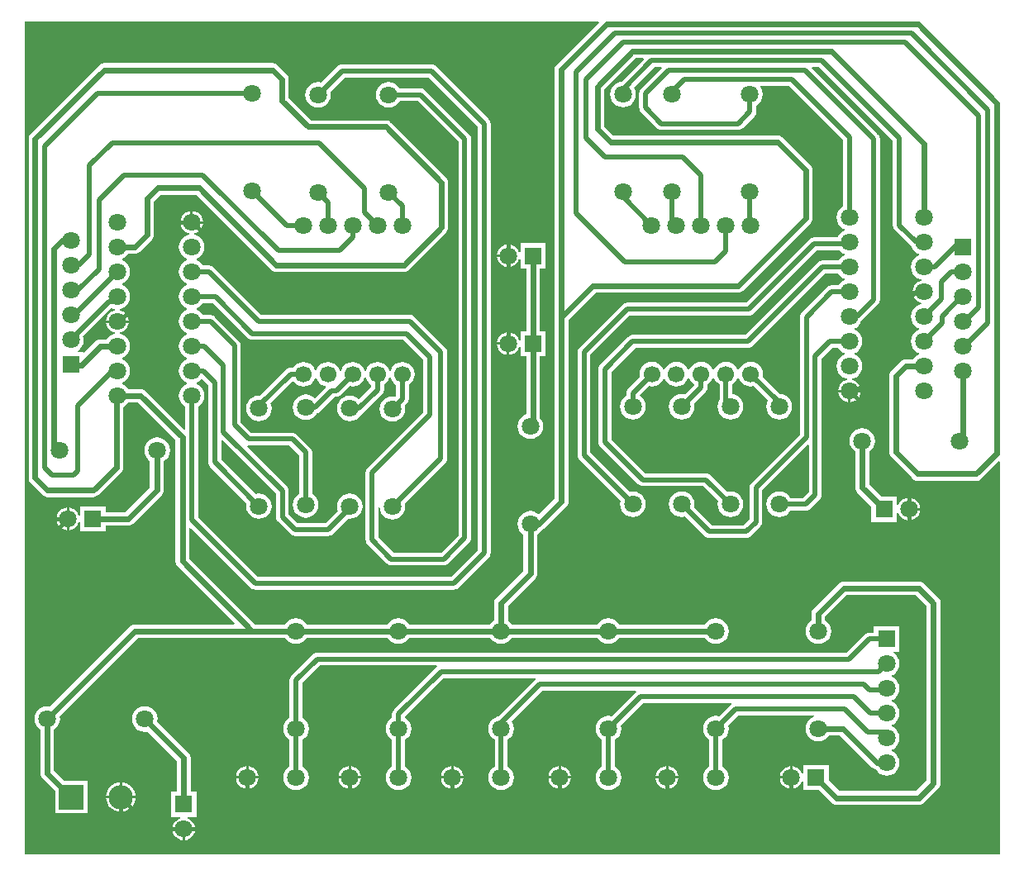
<source format=gbl>
G04 Layer_Physical_Order=2*
G04 Layer_Color=16711680*
%FSTAX24Y24*%
%MOIN*%
G70*
G01*
G75*
%ADD10R,0.0709X0.0709*%
%ADD11C,0.0709*%
%ADD12R,0.0984X0.0984*%
%ADD13C,0.0984*%
%ADD14R,0.0709X0.0709*%
%ADD15C,0.0669*%
%ADD16C,0.0197*%
%ADD17C,0.0236*%
%ADD18C,0.0157*%
G36*
X043122Y071415D02*
X041418Y069711D01*
X041373Y069654D01*
X041346Y069587D01*
X041336Y069515D01*
Y052202D01*
X040697Y051563D01*
X040612Y051628D01*
X040488Y05168D01*
X040354Y051697D01*
X040221Y05168D01*
X040096Y051628D01*
X039989Y051546D01*
X039907Y051439D01*
X039856Y051315D01*
X039838Y051181D01*
X039856Y051047D01*
X039907Y050923D01*
X039989Y050816D01*
X040076Y050749D01*
Y049288D01*
X038977Y048189D01*
X038932Y048131D01*
X038905Y048064D01*
X038895Y047992D01*
Y047282D01*
X038808Y047215D01*
X038741Y047128D01*
X035471D01*
X035404Y047215D01*
X035297Y047297D01*
X035173Y047349D01*
X035039Y047367D01*
X034906Y047349D01*
X034781Y047297D01*
X034674Y047215D01*
X034608Y047128D01*
X031337D01*
X031271Y047215D01*
X031164Y047297D01*
X031039Y047349D01*
X030906Y047367D01*
X030772Y047349D01*
X030647Y047297D01*
X03054Y047215D01*
X030474Y047128D01*
X029249D01*
X026598Y04978D01*
Y051003D01*
X026644Y051023D01*
X029069Y048597D01*
X029123Y048556D01*
X029185Y04853D01*
X029252Y048521D01*
X037275D01*
X037341Y04853D01*
X037404Y048556D01*
X037457Y048597D01*
X038676Y049816D01*
X038717Y049869D01*
X038742Y049931D01*
X038751Y049998D01*
Y067326D01*
X038742Y067392D01*
X038717Y067455D01*
X038676Y067508D01*
X036552Y069631D01*
X036499Y069672D01*
X036437Y069698D01*
X03637Y069707D01*
X032755D01*
X032689Y069698D01*
X032626Y069672D01*
X032573Y069631D01*
X031929Y068987D01*
X031795Y069005D01*
X031662Y068987D01*
X031537Y068936D01*
X03143Y068854D01*
X031348Y068747D01*
X031297Y068622D01*
X031279Y068489D01*
X031297Y068355D01*
X031348Y06823D01*
X03143Y068124D01*
X031537Y068042D01*
X031662Y06799D01*
X031795Y067972D01*
X031929Y06799D01*
X032053Y068042D01*
X03216Y068124D01*
X032242Y06823D01*
X032294Y068355D01*
X032311Y068489D01*
X032294Y068622D01*
X032862Y069191D01*
X036263D01*
X038235Y067219D01*
Y050105D01*
X037168Y049038D01*
X029359D01*
X026955Y051442D01*
Y055895D01*
X027062Y055978D01*
X027144Y056084D01*
X027195Y056209D01*
X027213Y056343D01*
X027195Y056476D01*
X027144Y056601D01*
X027062Y056708D01*
X026955Y05679D01*
X026892Y056815D01*
Y05687D01*
X026955Y056895D01*
X027062Y056978D01*
X027078Y056998D01*
X027128Y057002D01*
X027368Y056762D01*
Y053676D01*
X027376Y053609D01*
X027402Y053547D01*
X027443Y053494D01*
X02891Y052027D01*
X028892Y051894D01*
X02891Y05176D01*
X028961Y051636D01*
X029043Y051529D01*
X02915Y051447D01*
X029275Y051395D01*
X029408Y051377D01*
X029542Y051395D01*
X029666Y051447D01*
X029773Y051529D01*
X029855Y051636D01*
X029907Y05176D01*
X029924Y051894D01*
X029907Y052027D01*
X029855Y052152D01*
X029773Y052259D01*
X029666Y052341D01*
X029542Y052392D01*
X029408Y05241D01*
X029275Y052392D01*
X027884Y053783D01*
Y05456D01*
X02793Y054579D01*
X030096Y052413D01*
Y051457D01*
X030105Y05139D01*
X030131Y051328D01*
X030172Y051274D01*
X030684Y050762D01*
X030737Y050721D01*
X030799Y050696D01*
X030866Y050687D01*
X032205D01*
X032272Y050696D01*
X032334Y050721D01*
X032387Y050762D01*
X033011Y051386D01*
X033078Y051377D01*
X033212Y051395D01*
X033336Y051447D01*
X033443Y051529D01*
X033525Y051636D01*
X033577Y05176D01*
X033595Y051894D01*
X033577Y052027D01*
X033525Y052152D01*
X033443Y052259D01*
X033336Y052341D01*
X033212Y052392D01*
X033078Y05241D01*
X032945Y052392D01*
X03282Y052341D01*
X032713Y052259D01*
X032631Y052152D01*
X03258Y052027D01*
X032562Y051894D01*
X03258Y05176D01*
X032602Y051707D01*
X032098Y051203D01*
X030973D01*
X030612Y051564D01*
Y05252D01*
X030604Y052586D01*
X030578Y052649D01*
X030537Y052702D01*
X028938Y054301D01*
X028961Y054348D01*
X028986Y054345D01*
X030644D01*
X031034Y053956D01*
Y052389D01*
X030927Y052307D01*
X030845Y0522D01*
X030793Y052076D01*
X030776Y051942D01*
X030793Y051809D01*
X030845Y051684D01*
X030927Y051577D01*
X031034Y051495D01*
X031158Y051444D01*
X031292Y051426D01*
X031425Y051444D01*
X03155Y051495D01*
X031657Y051577D01*
X031739Y051684D01*
X03179Y051809D01*
X031808Y051942D01*
X03179Y052076D01*
X031739Y0522D01*
X031657Y052307D01*
X03155Y052389D01*
Y054063D01*
X031541Y054129D01*
X031515Y054192D01*
X031474Y054245D01*
X030934Y054786D01*
X03088Y054827D01*
X030818Y054852D01*
X030751Y054861D01*
X029093D01*
X028681Y055273D01*
Y058374D01*
X028673Y058441D01*
X028647Y058503D01*
X028606Y058557D01*
X027638Y059525D01*
X027584Y059566D01*
X027522Y059592D01*
X027455Y059601D01*
X027144D01*
X027062Y059708D01*
X026955Y05979D01*
X026892Y059815D01*
Y05987D01*
X026955Y059895D01*
X027062Y059977D01*
X027144Y060084D01*
X027543D01*
X028951Y058676D01*
X029005Y058635D01*
X029067Y058609D01*
X029134Y0586D01*
X035246D01*
X036036Y05781D01*
Y055679D01*
X033782Y053426D01*
X033741Y053372D01*
X033715Y05331D01*
X033706Y053243D01*
Y050542D01*
X033715Y050475D01*
X033741Y050413D01*
X033782Y05036D01*
X034564Y049578D01*
X034617Y049537D01*
X034679Y049511D01*
X034746Y049503D01*
X036862D01*
X036928Y049511D01*
X036991Y049537D01*
X037044Y049578D01*
X037889Y050423D01*
X03793Y050477D01*
X037956Y050539D01*
X037965Y050606D01*
Y066703D01*
X037956Y06677D01*
X03793Y066832D01*
X037889Y066885D01*
X036103Y068671D01*
X03605Y068712D01*
X035988Y068738D01*
X035921Y068747D01*
X035093D01*
X035011Y068854D01*
X034904Y068936D01*
X034779Y068987D01*
X034646Y069005D01*
X034512Y068987D01*
X034388Y068936D01*
X034281Y068854D01*
X034199Y068747D01*
X034147Y068622D01*
X034129Y068489D01*
X034147Y068355D01*
X034199Y06823D01*
X034281Y068124D01*
X034388Y068042D01*
X034512Y06799D01*
X034646Y067972D01*
X034779Y06799D01*
X034904Y068042D01*
X035011Y068124D01*
X035093Y06823D01*
X035814D01*
X037449Y066596D01*
Y050713D01*
X036755Y050019D01*
X034853D01*
X034223Y050649D01*
Y05186D01*
X034273Y051863D01*
X034289Y051741D01*
X03434Y051616D01*
X034422Y051509D01*
X034529Y051427D01*
X034654Y051376D01*
X034787Y051358D01*
X034921Y051376D01*
X035046Y051427D01*
X035152Y051509D01*
X035234Y051616D01*
X035286Y051741D01*
X035304Y051874D01*
X035286Y052008D01*
X036915Y053637D01*
X036956Y05369D01*
X036982Y053752D01*
X03699Y053819D01*
Y05811D01*
X036982Y058177D01*
X036956Y058239D01*
X036915Y058293D01*
X035673Y059534D01*
X03562Y059575D01*
X035558Y059601D01*
X035491Y05961D01*
X029497D01*
X027582Y061525D01*
X027528Y061566D01*
X027466Y061592D01*
X027399Y061601D01*
X027144D01*
X027062Y061708D01*
X026955Y06179D01*
X026892Y061815D01*
Y06187D01*
X026955Y061895D01*
X027062Y061978D01*
X027144Y062084D01*
X027195Y062209D01*
X027213Y062343D01*
X027195Y062476D01*
X027144Y062601D01*
X027062Y062708D01*
X026955Y06279D01*
X02683Y062841D01*
X026791Y062846D01*
X026791Y062897D01*
X026815Y0629D01*
X026926Y062946D01*
X027021Y063018D01*
X027094Y063113D01*
X027139Y063224D01*
X027149Y063293D01*
X026697D01*
Y063343D01*
D01*
Y063293D01*
X026245D01*
X026254Y063224D01*
X0263Y063113D01*
X026373Y063018D01*
X026468Y062946D01*
X026578Y0629D01*
X026602Y062897D01*
X026602Y062846D01*
X026563Y062841D01*
X026439Y06279D01*
X026332Y062708D01*
X02625Y062601D01*
X026198Y062476D01*
X026181Y062343D01*
X026198Y062209D01*
X02625Y062084D01*
X026332Y061978D01*
X026439Y061895D01*
X026501Y06187D01*
Y061815D01*
X026439Y06179D01*
X026332Y061708D01*
X02625Y061601D01*
X026198Y061476D01*
X026181Y061343D01*
X026198Y061209D01*
X02625Y061084D01*
X026332Y060978D01*
X026439Y060895D01*
X026501Y06087D01*
Y060815D01*
X026439Y06079D01*
X026332Y060708D01*
X02625Y060601D01*
X026198Y060476D01*
X026181Y060343D01*
X026198Y060209D01*
X02625Y060084D01*
X026332Y059977D01*
X026439Y059895D01*
X026501Y05987D01*
Y059815D01*
X026439Y05979D01*
X026332Y059708D01*
X02625Y059601D01*
X026198Y059476D01*
X026181Y059343D01*
X026198Y059209D01*
X02625Y059084D01*
X026332Y058977D01*
X026439Y058895D01*
X026501Y05887D01*
Y058815D01*
X026439Y05879D01*
X026332Y058708D01*
X02625Y058601D01*
X026198Y058476D01*
X026181Y058343D01*
X026198Y058209D01*
X02625Y058084D01*
X026332Y057977D01*
X026439Y057895D01*
X026501Y05787D01*
Y057815D01*
X026439Y05779D01*
X026332Y057708D01*
X02625Y057601D01*
X026198Y057476D01*
X026181Y057343D01*
X026198Y057209D01*
X02625Y057084D01*
X026332Y056978D01*
X026439Y056895D01*
X026501Y05687D01*
Y056815D01*
X026439Y05679D01*
X026332Y056708D01*
X02625Y056601D01*
X026198Y056476D01*
X026181Y056343D01*
X026198Y056209D01*
X02625Y056084D01*
X026332Y055978D01*
X026439Y055895D01*
Y055004D01*
X026393Y054985D01*
X024838Y056539D01*
X024781Y056583D01*
X024714Y056611D01*
X024642Y05662D01*
X024129D01*
X024062Y056708D01*
X023955Y05679D01*
X023892Y056815D01*
Y05687D01*
X023955Y056895D01*
X024062Y056978D01*
X024144Y057084D01*
X024195Y057209D01*
X024213Y057343D01*
X024195Y057476D01*
X024144Y057601D01*
X024062Y057708D01*
X023955Y05779D01*
X023892Y057815D01*
Y05787D01*
X023955Y057895D01*
X024062Y057977D01*
X024144Y058084D01*
X024195Y058209D01*
X024213Y058343D01*
X024195Y058476D01*
X024144Y058601D01*
X024062Y058708D01*
X023955Y05879D01*
X02383Y058841D01*
X023791Y058846D01*
X023791Y058897D01*
X023815Y0589D01*
X023926Y058946D01*
X024021Y059018D01*
X024094Y059113D01*
X024139Y059224D01*
X024149Y059293D01*
X023697D01*
X023245D01*
X023254Y059224D01*
X0233Y059113D01*
X023373Y059018D01*
X023468Y058946D01*
X023578Y0589D01*
X023602Y058897D01*
X023602Y058846D01*
X023563Y058841D01*
X023439Y05879D01*
X023332Y058708D01*
X023265Y05862D01*
X023002D01*
X02293Y058611D01*
X022863Y058583D01*
X022806Y058539D01*
X022361Y058094D01*
X022331Y058107D01*
Y058107D01*
X022102D01*
X022089Y058157D01*
X022184Y05823D01*
X022266Y058337D01*
X022318Y058461D01*
X022335Y058595D01*
X022318Y058728D01*
X022313Y058739D01*
X02346Y059887D01*
X023563Y059844D01*
X023602Y059839D01*
X023602Y059788D01*
X023578Y059785D01*
X023468Y059739D01*
X023373Y059667D01*
X0233Y059572D01*
X023254Y059461D01*
X023245Y059393D01*
X023697D01*
X024149D01*
X024139Y059461D01*
X024094Y059572D01*
X024021Y059667D01*
X023926Y059739D01*
X023815Y059785D01*
X023791Y059788D01*
X023791Y059839D01*
X02383Y059844D01*
X023955Y059895D01*
X024062Y059977D01*
X024144Y060084D01*
X024195Y060209D01*
X024213Y060343D01*
X024195Y060476D01*
X024144Y060601D01*
X024062Y060708D01*
X023955Y06079D01*
X023892Y060815D01*
Y06087D01*
X023955Y060895D01*
X024062Y060978D01*
X024144Y061084D01*
X024195Y061209D01*
X024213Y061343D01*
X024195Y061476D01*
X024144Y061601D01*
X024062Y061708D01*
X023955Y06179D01*
X023892Y061815D01*
Y06187D01*
X023955Y061895D01*
X024062Y061978D01*
X024129Y062065D01*
X024402D01*
X024474Y062074D01*
X024541Y062102D01*
X024598Y062146D01*
X025096Y062644D01*
X02514Y062702D01*
X025168Y062769D01*
X025178Y062841D01*
Y06419D01*
X025442Y064454D01*
X026891D01*
X029917Y061428D01*
X029975Y061384D01*
X030042Y061356D01*
X030114Y061347D01*
X035251D01*
X035323Y061356D01*
X03539Y061384D01*
X035447Y061428D01*
X036957Y062938D01*
X037001Y062996D01*
X037029Y063063D01*
X037039Y063135D01*
Y064953D01*
X037029Y065025D01*
X037001Y065092D01*
X036957Y065149D01*
X034714Y067393D01*
X034656Y067437D01*
X034589Y067465D01*
X034517Y067474D01*
X031497D01*
X0306Y068371D01*
Y069127D01*
X03059Y069199D01*
X030562Y069266D01*
X030518Y069324D01*
X030157Y069685D01*
X0301Y069729D01*
X030033Y069757D01*
X029961Y069766D01*
X023172D01*
X0231Y069757D01*
X023033Y069729D01*
X022975Y069685D01*
X020185Y066894D01*
X02014Y066837D01*
X020113Y06677D01*
X020103Y066698D01*
Y053035D01*
X020113Y052963D01*
X02014Y052896D01*
X020185Y052838D01*
X020682Y052341D01*
X020739Y052297D01*
X020807Y052269D01*
X020878Y052259D01*
X022734D01*
X022806Y052269D01*
X022873Y052297D01*
X022931Y052341D01*
X023851Y053261D01*
X023895Y053319D01*
X023923Y053386D01*
X023932Y053457D01*
Y055886D01*
X023955Y055895D01*
X024062Y055978D01*
X024129Y056065D01*
X024527D01*
X026042Y054549D01*
Y049664D01*
X026051Y049593D01*
X026079Y049525D01*
X026123Y049468D01*
X028417Y047175D01*
X028397Y047128D01*
X024409D01*
X024337Y047119D01*
X02427Y047091D01*
X024213Y047047D01*
X020975Y043809D01*
X020866Y043823D01*
X020733Y043806D01*
X020608Y043754D01*
X020501Y043672D01*
X020419Y043565D01*
X020368Y043441D01*
X02035Y043307D01*
X020368Y043173D01*
X020419Y043049D01*
X020501Y042942D01*
X020588Y042875D01*
Y041126D01*
X020598Y041054D01*
X020625Y040987D01*
X02067Y040929D01*
X021185Y040414D01*
Y039508D01*
X022484D01*
Y040807D01*
X021578D01*
X021144Y041241D01*
Y042875D01*
X021231Y042942D01*
X021313Y043049D01*
X021365Y043173D01*
X021382Y043307D01*
X021368Y043416D01*
X024525Y046572D01*
X030474D01*
X03054Y046485D01*
X030647Y046403D01*
X030772Y046352D01*
X030906Y046334D01*
X031039Y046352D01*
X031164Y046403D01*
X031271Y046485D01*
X031337Y046572D01*
X034608D01*
X034674Y046485D01*
X034781Y046403D01*
X034906Y046352D01*
X035039Y046334D01*
X035173Y046352D01*
X035297Y046403D01*
X035404Y046485D01*
X035471Y046572D01*
X038741D01*
X038808Y046485D01*
X038915Y046403D01*
X03904Y046352D01*
X039173Y046334D01*
X039307Y046352D01*
X039431Y046403D01*
X039538Y046485D01*
X039605Y046572D01*
X043072D01*
X043139Y046485D01*
X043246Y046403D01*
X04337Y046352D01*
X043504Y046334D01*
X043638Y046352D01*
X043762Y046403D01*
X043869Y046485D01*
X043936Y046572D01*
X047403D01*
X04747Y046485D01*
X047577Y046403D01*
X047701Y046352D01*
X047835Y046334D01*
X047968Y046352D01*
X048093Y046403D01*
X0482Y046485D01*
X048282Y046592D01*
X048333Y046717D01*
X048351Y04685D01*
X048333Y046984D01*
X048282Y047108D01*
X0482Y047215D01*
X048093Y047297D01*
X047968Y047349D01*
X047835Y047367D01*
X047701Y047349D01*
X047577Y047297D01*
X04747Y047215D01*
X047403Y047128D01*
X043936D01*
X043869Y047215D01*
X043762Y047297D01*
X043638Y047349D01*
X043504Y047367D01*
X04337Y047349D01*
X043246Y047297D01*
X043139Y047215D01*
X043072Y047128D01*
X039605D01*
X039538Y047215D01*
X039451Y047282D01*
Y047877D01*
X040551Y048977D01*
X040595Y049034D01*
X040623Y049101D01*
X040632Y049173D01*
Y050749D01*
X040719Y050816D01*
X040799Y05092D01*
X040848Y05094D01*
X040905Y050985D01*
X041811Y05189D01*
X041855Y051948D01*
X041883Y052015D01*
X041892Y052087D01*
Y059412D01*
X042989Y060509D01*
X04874D01*
X048812Y060519D01*
X048879Y060547D01*
X048937Y060591D01*
X051653Y063307D01*
X051697Y063365D01*
X051725Y063432D01*
X051735Y063504D01*
Y065433D01*
X051725Y065505D01*
X051697Y065572D01*
X051653Y06563D01*
X050512Y066771D01*
X050454Y066816D01*
X050387Y066843D01*
X050315Y066853D01*
X043699D01*
X043335Y067217D01*
Y068713D01*
X044588Y069967D01*
X044909D01*
X044928Y06992D01*
X044017Y06901D01*
X043961Y069003D01*
X043836Y068951D01*
X043729Y068869D01*
X043647Y068762D01*
X043596Y068638D01*
X043578Y068504D01*
X043596Y06837D01*
X043647Y068246D01*
X043729Y068139D01*
X043836Y068057D01*
X043961Y068005D01*
X044094Y067988D01*
X044228Y068005D01*
X044353Y068057D01*
X04446Y068139D01*
X044542Y068246D01*
X044593Y06837D01*
X044611Y068504D01*
X044593Y068638D01*
X044542Y068762D01*
X044523Y068786D01*
X04535Y069612D01*
X04563D01*
X045649Y069566D01*
X044817Y068734D01*
X044776Y068681D01*
X044751Y068619D01*
X044742Y068552D01*
Y067962D01*
X044751Y067895D01*
X044776Y067833D01*
X044817Y067779D01*
X045456Y06714D01*
X04551Y067099D01*
X045572Y067074D01*
X045639Y067065D01*
X04874D01*
X048807Y067074D01*
X048869Y067099D01*
X048923Y06714D01*
X049395Y067613D01*
X049436Y067666D01*
X049462Y067728D01*
X049471Y067795D01*
Y068057D01*
X049578Y068139D01*
X04966Y068246D01*
X049711Y06837D01*
X049729Y068504D01*
X049711Y068638D01*
X04966Y068762D01*
X049622Y068811D01*
X049644Y068856D01*
X050795D01*
X052966Y066685D01*
Y063986D01*
X052859Y063904D01*
X052777Y063797D01*
X052726Y063673D01*
X052708Y063539D01*
X052726Y063406D01*
X052777Y063281D01*
X052859Y063174D01*
X052966Y063092D01*
X053029Y063066D01*
Y063012D01*
X052966Y062986D01*
X052859Y062904D01*
X052777Y062797D01*
X05275Y062732D01*
X051805D01*
X051738Y062723D01*
X051676Y062698D01*
X051622Y062657D01*
X049066Y060101D01*
X044252D01*
X044185Y060092D01*
X044123Y060066D01*
X044069Y060025D01*
X042337Y058293D01*
X042296Y058239D01*
X04227Y058177D01*
X042262Y05811D01*
Y053937D01*
X04227Y05387D01*
X042296Y053808D01*
X042337Y053755D01*
X04399Y052102D01*
X043972Y051969D01*
X04399Y051835D01*
X044041Y05171D01*
X044123Y051603D01*
X04423Y051521D01*
X044355Y05147D01*
X044488Y051452D01*
X044622Y05147D01*
X044746Y051521D01*
X044853Y051603D01*
X044935Y05171D01*
X044987Y051835D01*
X045004Y051969D01*
X044987Y052102D01*
X044935Y052227D01*
X044853Y052334D01*
X044746Y052416D01*
X044622Y052467D01*
X044488Y052485D01*
X044355Y052467D01*
X042778Y054044D01*
Y058003D01*
X044359Y059584D01*
X049173D01*
X04924Y059593D01*
X049302Y059619D01*
X049356Y05966D01*
X051912Y062216D01*
X052828D01*
X052859Y062174D01*
X052966Y062092D01*
X053029Y062066D01*
Y062012D01*
X052966Y061986D01*
X052859Y061904D01*
X052777Y061797D01*
X05213D01*
X052063Y061789D01*
X052001Y061763D01*
X051947Y061722D01*
X049027Y058801D01*
X044479D01*
X044413Y058793D01*
X04435Y058767D01*
X044297Y058726D01*
X04318Y057609D01*
X043139Y057555D01*
X043113Y057493D01*
X043104Y057426D01*
Y054472D01*
X043113Y054406D01*
X043139Y054343D01*
X04318Y05429D01*
X044699Y05277D01*
X044753Y052729D01*
X044815Y052703D01*
X044882Y052695D01*
X047334D01*
X047927Y052102D01*
X047909Y051969D01*
X047927Y051835D01*
X047978Y05171D01*
X04806Y051603D01*
X048167Y051521D01*
X048292Y05147D01*
X048425Y051452D01*
X048559Y05147D01*
X048683Y051521D01*
X04879Y051603D01*
X048872Y05171D01*
X048924Y051835D01*
X048941Y051969D01*
X048924Y052102D01*
X048872Y052227D01*
X04879Y052334D01*
X048683Y052416D01*
X048559Y052467D01*
X048425Y052485D01*
X048292Y052467D01*
X047623Y053135D01*
X04757Y053176D01*
X047508Y053202D01*
X047441Y053211D01*
X044989D01*
X04362Y054579D01*
Y057319D01*
X044586Y058285D01*
X049134D01*
X049201Y058294D01*
X049263Y05832D01*
X049316Y058361D01*
X052237Y061281D01*
X052777D01*
X052859Y061174D01*
X052966Y061092D01*
X053029Y061066D01*
Y061012D01*
X052966Y060986D01*
X052859Y060904D01*
X052777Y060797D01*
X052508D01*
X052441Y060789D01*
X052379Y060763D01*
X052325Y060722D01*
X051307Y059703D01*
X051266Y05965D01*
X05124Y059587D01*
X051231Y059521D01*
Y054785D01*
X049266Y05282D01*
X049225Y052767D01*
X0492Y052705D01*
X049191Y052638D01*
Y051367D01*
X048948Y051124D01*
X047666D01*
X046955Y051835D01*
X046973Y051969D01*
X046955Y052102D01*
X046904Y052227D01*
X046822Y052334D01*
X046715Y052416D01*
X04659Y052467D01*
X046457Y052485D01*
X046323Y052467D01*
X046199Y052416D01*
X046092Y052334D01*
X04601Y052227D01*
X045958Y052102D01*
X04594Y051969D01*
X045958Y051835D01*
X04601Y05171D01*
X046092Y051603D01*
X046199Y051521D01*
X046323Y05147D01*
X046457Y051452D01*
X04659Y05147D01*
X047377Y050684D01*
X04743Y050643D01*
X047492Y050617D01*
X047559Y050608D01*
X049055D01*
X049122Y050617D01*
X049184Y050643D01*
X049238Y050684D01*
X049631Y051077D01*
X049672Y051131D01*
X049698Y051193D01*
X049707Y05126D01*
Y052531D01*
X051539Y054363D01*
X051585Y054344D01*
Y052462D01*
X05135Y052227D01*
X050841D01*
X050759Y052334D01*
X050652Y052416D01*
X050527Y052467D01*
X050394Y052485D01*
X05026Y052467D01*
X050136Y052416D01*
X050029Y052334D01*
X049947Y052227D01*
X049895Y052102D01*
X049877Y051969D01*
X049895Y051835D01*
X049947Y05171D01*
X050029Y051603D01*
X050136Y051521D01*
X05026Y05147D01*
X050394Y051452D01*
X050527Y05147D01*
X050652Y051521D01*
X050759Y051603D01*
X050841Y05171D01*
X051457D01*
X051523Y051719D01*
X051586Y051745D01*
X051639Y051786D01*
X052026Y052173D01*
X052067Y052226D01*
X052093Y052288D01*
X052102Y052355D01*
Y057829D01*
X052554Y058281D01*
X052777D01*
X052859Y058174D01*
X052966Y058092D01*
X053029Y058066D01*
Y058012D01*
X052966Y057986D01*
X052859Y057904D01*
X052777Y057797D01*
X052726Y057673D01*
X052708Y057539D01*
X052726Y057406D01*
X052777Y057281D01*
X052859Y057174D01*
X052966Y057092D01*
X053091Y057041D01*
X05313Y057036D01*
X05313Y056985D01*
X053106Y056982D01*
X052995Y056936D01*
X0529Y056863D01*
X052828Y056768D01*
X052782Y056658D01*
X052773Y056589D01*
X053676D01*
X053667Y056658D01*
X053621Y056768D01*
X053548Y056863D01*
X053454Y056936D01*
X053343Y056982D01*
X053319Y056985D01*
X053319Y057036D01*
X053358Y057041D01*
X053483Y057092D01*
X053589Y057174D01*
X053671Y057281D01*
X053723Y057406D01*
X053741Y057539D01*
X053723Y057673D01*
X053671Y057797D01*
X053589Y057904D01*
X053483Y057986D01*
X05342Y058012D01*
Y058066D01*
X053483Y058092D01*
X053589Y058174D01*
X053671Y058281D01*
X053723Y058406D01*
X053741Y058539D01*
X053723Y058673D01*
X053671Y058797D01*
X053589Y058904D01*
X053483Y058986D01*
X05342Y059012D01*
Y059066D01*
X053483Y059092D01*
X053589Y059174D01*
X053671Y059281D01*
X053706Y059365D01*
X054377Y060036D01*
X054418Y060089D01*
X054444Y060151D01*
X054453Y060218D01*
Y066709D01*
X054444Y066776D01*
X054418Y066838D01*
X054377Y066892D01*
X051703Y069566D01*
X051722Y069612D01*
X052D01*
X054978Y066634D01*
Y063228D01*
X054987Y063162D01*
X055013Y063099D01*
X055054Y063046D01*
X055743Y062357D01*
X055748Y062353D01*
X055777Y062281D01*
X055859Y062174D01*
X055966Y062092D01*
X056029Y062066D01*
Y062012D01*
X055966Y061986D01*
X055859Y061904D01*
X055777Y061797D01*
X055726Y061673D01*
X055708Y061539D01*
X055726Y061406D01*
X055777Y061281D01*
X055859Y061174D01*
X055966Y061092D01*
X056091Y061041D01*
X05613Y061036D01*
X05613Y060985D01*
X056106Y060982D01*
X055995Y060936D01*
X0559Y060863D01*
X055828Y060768D01*
X055782Y060658D01*
X055773Y060589D01*
X056224D01*
Y060489D01*
X055773D01*
X055782Y060421D01*
X055828Y06031D01*
X0559Y060215D01*
X055995Y060143D01*
X056106Y060097D01*
X05613Y060094D01*
X05613Y060043D01*
X056091Y060038D01*
X055966Y059986D01*
X055859Y059904D01*
X055777Y059797D01*
X055726Y059673D01*
X055708Y059539D01*
X055726Y059406D01*
X055777Y059281D01*
X055859Y059174D01*
X055966Y059092D01*
X056029Y059066D01*
Y059012D01*
X055966Y058986D01*
X055859Y058904D01*
X055777Y058797D01*
X055726Y058673D01*
X055708Y058539D01*
X055726Y058406D01*
X055777Y058281D01*
X055859Y058174D01*
X055966Y058092D01*
X056029Y058066D01*
Y058012D01*
X055966Y057986D01*
X055859Y057904D01*
X055793Y057817D01*
X055492D01*
X05542Y057808D01*
X055353Y05778D01*
X055296Y057736D01*
X054901Y057341D01*
X054857Y057283D01*
X054829Y057216D01*
X054819Y057144D01*
Y054076D01*
X054829Y054004D01*
X054857Y053937D01*
X054901Y053879D01*
X055781Y052999D01*
X055838Y052955D01*
X055905Y052927D01*
X055977Y052918D01*
X058348D01*
X05842Y052927D01*
X058487Y052955D01*
X058544Y052999D01*
X05924Y053695D01*
X059286Y053676D01*
Y037852D01*
X019952D01*
Y071461D01*
X043102D01*
X043122Y071415D01*
D02*
G37*
%LPC*%
G36*
X026747Y063794D02*
Y063393D01*
X027149D01*
X027139Y063461D01*
X027094Y063572D01*
X027021Y063667D01*
X026926Y063739D01*
X026815Y063785D01*
X026747Y063794D01*
D02*
G37*
G36*
X026647D02*
X026578Y063785D01*
X026468Y063739D01*
X026373Y063667D01*
X0263Y063572D01*
X026254Y063461D01*
X026245Y063393D01*
X026647D01*
Y063794D01*
D02*
G37*
G36*
X040972Y062504D02*
X039949D01*
Y062132D01*
X039899Y062122D01*
X039857Y062222D01*
X039785Y062317D01*
X03969Y062389D01*
X039579Y062435D01*
X039511Y062444D01*
Y061993D01*
Y061541D01*
X039579Y06155D01*
X03969Y061596D01*
X039785Y061669D01*
X039857Y061763D01*
X039899Y061863D01*
X039949Y061853D01*
Y061481D01*
X040183D01*
Y058961D01*
X039949D01*
Y058589D01*
X039899Y058579D01*
X039857Y058678D01*
X039785Y058773D01*
X03969Y058846D01*
X039579Y058892D01*
X039511Y058901D01*
Y058449D01*
Y057998D01*
X039579Y058007D01*
X03969Y058052D01*
X039785Y058125D01*
X039857Y05822D01*
X039899Y05832D01*
X039949Y05831D01*
Y057937D01*
X040183D01*
Y055601D01*
X040096Y055565D01*
X039989Y055483D01*
X039907Y055376D01*
X039856Y055252D01*
X039838Y055118D01*
X039856Y054984D01*
X039907Y05486D01*
X039989Y054753D01*
X040096Y054671D01*
X040221Y054619D01*
X040354Y054602D01*
X040488Y054619D01*
X040612Y054671D01*
X040719Y054753D01*
X040801Y05486D01*
X040853Y054984D01*
X040871Y055118D01*
X040853Y055252D01*
X040801Y055376D01*
X040739Y055458D01*
Y057937D01*
X040972D01*
Y058961D01*
X040739D01*
Y061481D01*
X040972D01*
Y062504D01*
D02*
G37*
G36*
X039411Y062444D02*
X039342Y062435D01*
X039232Y062389D01*
X039137Y062317D01*
X039064Y062222D01*
X039018Y062111D01*
X039009Y062043D01*
X039411D01*
Y062444D01*
D02*
G37*
G36*
Y061943D02*
X039009D01*
X039018Y061874D01*
X039064Y061763D01*
X039137Y061669D01*
X039232Y061596D01*
X039342Y06155D01*
X039411Y061541D01*
Y061943D01*
D02*
G37*
G36*
Y058901D02*
X039342Y058892D01*
X039232Y058846D01*
X039137Y058773D01*
X039064Y058678D01*
X039018Y058568D01*
X039009Y058499D01*
X039411D01*
Y058901D01*
D02*
G37*
G36*
Y058399D02*
X039009D01*
X039018Y058331D01*
X039064Y05822D01*
X039137Y058125D01*
X039232Y058052D01*
X039342Y058007D01*
X039411Y057998D01*
Y058399D01*
D02*
G37*
G36*
X049244Y057717D02*
X049116Y0577D01*
X048996Y057651D01*
X048893Y057572D01*
X048814Y057469D01*
X04877Y057362D01*
X04877Y057362D01*
X048719D01*
X048718Y057362D01*
X048674Y057469D01*
X048595Y057572D01*
X048492Y057651D01*
X048373Y0577D01*
X048244Y057717D01*
X048116Y0577D01*
X047996Y057651D01*
X047893Y057572D01*
X047814Y057469D01*
X04777Y057362D01*
X04777Y057362D01*
X047719D01*
X047718Y057362D01*
X047674Y057469D01*
X047595Y057572D01*
X047492Y057651D01*
X047373Y0577D01*
X047244Y057717D01*
X047116Y0577D01*
X046996Y057651D01*
X046893Y057572D01*
X046814Y057469D01*
X04677Y057362D01*
X04677Y057362D01*
X046719D01*
X046718Y057362D01*
X046674Y057469D01*
X046595Y057572D01*
X046492Y057651D01*
X046373Y0577D01*
X046244Y057717D01*
X046116Y0577D01*
X045996Y057651D01*
X045893Y057572D01*
X045814Y057469D01*
X045779Y057384D01*
X045725D01*
X04569Y057469D01*
X045611Y057572D01*
X045508Y057651D01*
X045388Y0577D01*
X04526Y057717D01*
X045131Y0577D01*
X045012Y057651D01*
X044909Y057572D01*
X04483Y057469D01*
X04478Y057349D01*
X044763Y057221D01*
X044779Y057105D01*
X044306Y056632D01*
X044265Y056578D01*
X044239Y056516D01*
X04423Y056449D01*
Y056353D01*
X044123Y056271D01*
X044041Y056164D01*
X04399Y056039D01*
X043972Y055906D01*
X04399Y055772D01*
X044041Y055647D01*
X044123Y05554D01*
X04423Y055458D01*
X044355Y055407D01*
X044488Y055389D01*
X044622Y055407D01*
X044746Y055458D01*
X044853Y05554D01*
X044935Y055647D01*
X044987Y055772D01*
X045004Y055906D01*
X044987Y056039D01*
X044935Y056164D01*
X044853Y056271D01*
X044782Y056325D01*
X044779Y056375D01*
X045144Y05674D01*
X04526Y056725D01*
X045388Y056741D01*
X045508Y056791D01*
X045611Y05687D01*
X04569Y056973D01*
X045725Y057058D01*
X045779D01*
X045814Y056973D01*
X045893Y05687D01*
X045996Y056791D01*
X046116Y056741D01*
X046244Y056725D01*
X046373Y056741D01*
X046492Y056791D01*
X046595Y05687D01*
X046674Y056973D01*
X046718Y05708D01*
X046719Y05708D01*
X04677D01*
X04677Y05708D01*
X046814Y056973D01*
X046893Y05687D01*
X046955Y056822D01*
X046958Y056772D01*
X04659Y056404D01*
X046457Y056422D01*
X046323Y056404D01*
X046199Y056353D01*
X046092Y056271D01*
X04601Y056164D01*
X045958Y056039D01*
X04594Y055906D01*
X045958Y055772D01*
X04601Y055647D01*
X046092Y05554D01*
X046199Y055458D01*
X046323Y055407D01*
X046457Y055389D01*
X04659Y055407D01*
X046715Y055458D01*
X046822Y05554D01*
X046904Y055647D01*
X046955Y055772D01*
X046973Y055906D01*
X046955Y056039D01*
X047427Y05651D01*
X047468Y056564D01*
X047493Y056626D01*
X047502Y056693D01*
Y056799D01*
X047595Y05687D01*
X047674Y056973D01*
X047718Y05708D01*
X047719Y05708D01*
X04777D01*
X04777Y05708D01*
X047814Y056973D01*
X047893Y05687D01*
X047986Y056799D01*
Y056174D01*
X047978Y056164D01*
X047927Y056039D01*
X047909Y055906D01*
X047927Y055772D01*
X047978Y055647D01*
X04806Y05554D01*
X048167Y055458D01*
X048292Y055407D01*
X048425Y055389D01*
X048559Y055407D01*
X048683Y055458D01*
X04879Y05554D01*
X048872Y055647D01*
X048924Y055772D01*
X048941Y055906D01*
X048924Y056039D01*
X048872Y056164D01*
X04879Y056271D01*
X048683Y056353D01*
X048559Y056404D01*
X048502Y056412D01*
Y056799D01*
X048595Y05687D01*
X048674Y056973D01*
X048718Y05708D01*
X048719Y05708D01*
X04877D01*
X04877Y05708D01*
X048814Y056973D01*
X048893Y05687D01*
X048996Y056791D01*
X049116Y056741D01*
X049244Y056725D01*
X04936Y05674D01*
X049944Y056156D01*
X049895Y056039D01*
X049877Y055906D01*
X049895Y055772D01*
X049947Y055647D01*
X050029Y05554D01*
X050136Y055458D01*
X05026Y055407D01*
X050394Y055389D01*
X050527Y055407D01*
X050652Y055458D01*
X050759Y05554D01*
X050841Y055647D01*
X050892Y055772D01*
X05091Y055906D01*
X050892Y056039D01*
X050841Y056164D01*
X050759Y056271D01*
X050652Y056353D01*
X050527Y056404D01*
X05041Y05642D01*
X049725Y057105D01*
X04974Y057221D01*
X049724Y057349D01*
X049674Y057469D01*
X049595Y057572D01*
X049492Y057651D01*
X049373Y0577D01*
X049244Y057717D01*
D02*
G37*
G36*
X035194Y05771D02*
X035065Y057693D01*
X034946Y057644D01*
X034843Y057565D01*
X034764Y057462D01*
X034719Y057355D01*
X034719Y057355D01*
X034668D01*
X034668Y057355D01*
X034624Y057462D01*
X034545Y057565D01*
X034442Y057644D01*
X034322Y057693D01*
X034194Y05771D01*
X034065Y057693D01*
X033946Y057644D01*
X033843Y057565D01*
X033764Y057462D01*
X033719Y057355D01*
X033719Y057355D01*
X033668D01*
X033668Y057355D01*
X033624Y057462D01*
X033545Y057565D01*
X033442Y057644D01*
X033322Y057693D01*
X033194Y05771D01*
X033065Y057693D01*
X032946Y057644D01*
X032843Y057565D01*
X032764Y057462D01*
X032719Y057355D01*
X032719Y057355D01*
X032668D01*
X032668Y057355D01*
X032624Y057462D01*
X032545Y057565D01*
X032442Y057644D01*
X032322Y057693D01*
X032194Y05771D01*
X032065Y057693D01*
X031946Y057644D01*
X031843Y057565D01*
X031764Y057462D01*
X031729Y057377D01*
X031675D01*
X031639Y057462D01*
X03156Y057565D01*
X031458Y057644D01*
X031338Y057693D01*
X031209Y05771D01*
X031081Y057693D01*
X030961Y057644D01*
X030858Y057565D01*
X030787Y057472D01*
X030686D01*
X030619Y057463D01*
X030557Y057437D01*
X030503Y057396D01*
X029449Y056342D01*
X029408Y056347D01*
X029275Y056329D01*
X02915Y056278D01*
X029043Y056196D01*
X028961Y056089D01*
X02891Y055964D01*
X028892Y055831D01*
X02891Y055697D01*
X028961Y055573D01*
X029043Y055466D01*
X02915Y055384D01*
X029275Y055332D01*
X029408Y055314D01*
X029542Y055332D01*
X029666Y055384D01*
X029773Y055466D01*
X029855Y055573D01*
X029907Y055697D01*
X029924Y055831D01*
X029907Y055964D01*
X029876Y056039D01*
X030763Y056926D01*
X030813Y056922D01*
X030858Y056863D01*
X030961Y056784D01*
X031081Y056734D01*
X031209Y056717D01*
X031338Y056734D01*
X031458Y056784D01*
X03156Y056863D01*
X031639Y056966D01*
X031675Y057051D01*
X031729D01*
X031764Y056966D01*
X031843Y056863D01*
X031946Y056784D01*
X032065Y056734D01*
X03209Y056731D01*
X032106Y056684D01*
X031666Y056244D01*
X031657Y056244D01*
X03155Y056326D01*
X031425Y056378D01*
X031292Y056395D01*
X031158Y056378D01*
X031034Y056326D01*
X030927Y056244D01*
X030845Y056137D01*
X030793Y056013D01*
X030776Y055879D01*
X030793Y055746D01*
X030845Y055621D01*
X030927Y055514D01*
X031034Y055432D01*
X031158Y055381D01*
X031292Y055363D01*
X031425Y055381D01*
X03155Y055432D01*
X031657Y055514D01*
X031739Y055621D01*
X031744Y055634D01*
X031796Y055656D01*
X031849Y055697D01*
X032453Y056301D01*
X032539D01*
X032606Y05631D01*
X032668Y056336D01*
X032721Y056377D01*
X033078Y056733D01*
X033194Y056717D01*
X033322Y056734D01*
X033442Y056784D01*
X033545Y056863D01*
X033624Y056966D01*
X033668Y057073D01*
X033668Y057073D01*
X033719D01*
X033719Y057073D01*
X033764Y056966D01*
X033843Y056863D01*
X033941Y056788D01*
Y05669D01*
X033447Y056196D01*
X033443Y056196D01*
X033336Y056278D01*
X033212Y056329D01*
X033078Y056347D01*
X032945Y056329D01*
X03282Y056278D01*
X032713Y056196D01*
X032631Y056089D01*
X03258Y055964D01*
X032562Y055831D01*
X03258Y055697D01*
X032631Y055573D01*
X032713Y055466D01*
X03282Y055384D01*
X032945Y055332D01*
X033078Y055314D01*
X033212Y055332D01*
X033336Y055384D01*
X033443Y055466D01*
X033525Y055573D01*
X033532Y055589D01*
X033576Y055607D01*
X033629Y055648D01*
X034381Y0564D01*
X034422Y056454D01*
X034448Y056516D01*
X034457Y056583D01*
Y056795D01*
X034545Y056863D01*
X034624Y056966D01*
X034668Y057073D01*
X034668Y057073D01*
X034719D01*
X034719Y057073D01*
X034764Y056966D01*
X034843Y056863D01*
X034937Y056791D01*
Y056354D01*
X034892Y056314D01*
X034787Y056328D01*
X034654Y05631D01*
X034529Y056258D01*
X034422Y056176D01*
X03434Y05607D01*
X034289Y055945D01*
X034271Y055811D01*
X034289Y055678D01*
X03434Y055553D01*
X034422Y055446D01*
X034529Y055364D01*
X034654Y055313D01*
X034787Y055295D01*
X034921Y055313D01*
X035046Y055364D01*
X035152Y055446D01*
X035234Y055553D01*
X035286Y055678D01*
X035304Y055811D01*
X035286Y055945D01*
X035377Y056036D01*
X035418Y05609D01*
X035444Y056152D01*
X035453Y056219D01*
Y056792D01*
X035545Y056863D01*
X035624Y056966D01*
X035673Y057085D01*
X03569Y057214D01*
X035673Y057342D01*
X035624Y057462D01*
X035545Y057565D01*
X035442Y057644D01*
X035322Y057693D01*
X035194Y05771D01*
D02*
G37*
G36*
X053676Y056489D02*
X053274D01*
Y056088D01*
X053343Y056097D01*
X053454Y056143D01*
X053548Y056215D01*
X053621Y05631D01*
X053667Y056421D01*
X053676Y056489D01*
D02*
G37*
G36*
X053174D02*
X052773D01*
X052782Y056421D01*
X052828Y05631D01*
X0529Y056215D01*
X052995Y056143D01*
X053106Y056097D01*
X053174Y056088D01*
Y056489D01*
D02*
G37*
G36*
X055668Y052223D02*
Y051822D01*
X05607D01*
X056061Y05189D01*
X056015Y052001D01*
X055942Y052096D01*
X055847Y052169D01*
X055737Y052214D01*
X055668Y052223D01*
D02*
G37*
G36*
X025306Y054662D02*
X025172Y054645D01*
X025047Y054593D01*
X02494Y054511D01*
X024858Y054404D01*
X024807Y05428D01*
X024789Y054146D01*
X024807Y054012D01*
X024858Y053888D01*
X02494Y053781D01*
X025013Y053726D01*
Y05265D01*
X024019Y051656D01*
X023217D01*
Y05189D01*
X022193D01*
Y051517D01*
X022143Y051507D01*
X022102Y051607D01*
X022029Y051702D01*
X021934Y051775D01*
X021823Y051821D01*
X021755Y05183D01*
Y051378D01*
Y050926D01*
X021823Y050935D01*
X021934Y050981D01*
X022029Y051054D01*
X022102Y051149D01*
X022143Y051249D01*
X022193Y051239D01*
Y050866D01*
X023217D01*
Y0511D01*
X024134D01*
X024206Y051109D01*
X024273Y051137D01*
X02433Y051181D01*
X025487Y052338D01*
X025531Y052396D01*
X025559Y052463D01*
X025569Y052535D01*
Y053703D01*
X025671Y053781D01*
X025753Y053888D01*
X025804Y054012D01*
X025822Y054146D01*
X025804Y05428D01*
X025753Y054404D01*
X025671Y054511D01*
X025564Y054593D01*
X025439Y054645D01*
X025306Y054662D01*
D02*
G37*
G36*
X021655Y05183D02*
X021586Y051821D01*
X021476Y051775D01*
X021381Y051702D01*
X021308Y051607D01*
X021262Y051497D01*
X021253Y051428D01*
X021655D01*
Y05183D01*
D02*
G37*
G36*
X05607Y051722D02*
X055668D01*
Y05132D01*
X055737Y051329D01*
X055847Y051375D01*
X055942Y051448D01*
X056015Y051543D01*
X056061Y051653D01*
X05607Y051722D01*
D02*
G37*
G36*
X05374Y055044D02*
X053607Y055026D01*
X053482Y054975D01*
X053375Y054893D01*
X053293Y054786D01*
X053242Y054661D01*
X053224Y054528D01*
X053242Y054394D01*
X053293Y054269D01*
X053375Y054163D01*
X053462Y054096D01*
Y05265D01*
X053472Y052578D01*
X053499Y052511D01*
X053544Y052453D01*
X054106Y05189D01*
Y05126D01*
X05513D01*
Y051632D01*
X05518Y051642D01*
X055221Y051543D01*
X055294Y051448D01*
X055389Y051375D01*
X0555Y051329D01*
X055568Y05132D01*
Y051772D01*
Y052223D01*
X0555Y052214D01*
X055389Y052169D01*
X055294Y052096D01*
X055221Y052001D01*
X05518Y051901D01*
X05513Y051911D01*
Y052283D01*
X054499D01*
X054018Y052765D01*
Y054096D01*
X054105Y054163D01*
X054187Y054269D01*
X054239Y054394D01*
X054256Y054528D01*
X054239Y054661D01*
X054187Y054786D01*
X054105Y054893D01*
X053998Y054975D01*
X053874Y055026D01*
X05374Y055044D01*
D02*
G37*
G36*
X021655Y051328D02*
X021253D01*
X021262Y051259D01*
X021308Y051149D01*
X021381Y051054D01*
X021476Y050981D01*
X021586Y050935D01*
X021655Y050926D01*
Y051328D01*
D02*
G37*
G36*
X055236Y047047D02*
X054213D01*
Y046794D01*
X054016D01*
X053949Y046785D01*
X053887Y046759D01*
X053833Y046718D01*
X053101Y045986D01*
X031752D01*
X031685Y045977D01*
X031623Y045951D01*
X031569Y04591D01*
X030723Y045064D01*
X030682Y045011D01*
X030656Y044949D01*
X030647Y044882D01*
Y04336D01*
X03054Y043278D01*
X030458Y043172D01*
X030407Y043047D01*
X030389Y042913D01*
X030407Y04278D01*
X030458Y042655D01*
X03054Y042548D01*
X030647Y042466D01*
Y041392D01*
X03054Y04131D01*
X030458Y041203D01*
X030407Y041078D01*
X030389Y040945D01*
X030407Y040811D01*
X030458Y040687D01*
X03054Y04058D01*
X030647Y040498D01*
X030772Y040446D01*
X030906Y040429D01*
X031039Y040446D01*
X031164Y040498D01*
X031271Y04058D01*
X031353Y040687D01*
X031404Y040811D01*
X031422Y040945D01*
X031404Y041078D01*
X031353Y041203D01*
X031271Y04131D01*
X031164Y041392D01*
Y042466D01*
X031271Y042548D01*
X031353Y042655D01*
X031404Y04278D01*
X031422Y042913D01*
X031404Y043047D01*
X031353Y043172D01*
X031271Y043278D01*
X031164Y04336D01*
Y044775D01*
X031858Y04547D01*
X03658D01*
X036597Y04542D01*
X036567Y045397D01*
X034857Y043686D01*
X034816Y043633D01*
X03479Y043571D01*
X034781Y043504D01*
Y04336D01*
X034674Y043278D01*
X034592Y043172D01*
X034541Y043047D01*
X034523Y042913D01*
X034541Y04278D01*
X034592Y042655D01*
X034674Y042548D01*
X034781Y042466D01*
Y041392D01*
X034674Y04131D01*
X034592Y041203D01*
X034541Y041078D01*
X034523Y040945D01*
X034541Y040811D01*
X034592Y040687D01*
X034674Y04058D01*
X034781Y040498D01*
X034906Y040446D01*
X035039Y040429D01*
X035173Y040446D01*
X035297Y040498D01*
X035404Y04058D01*
X035486Y040687D01*
X035538Y040811D01*
X035556Y040945D01*
X035538Y041078D01*
X035486Y041203D01*
X035404Y04131D01*
X035297Y041392D01*
Y042466D01*
X035404Y042548D01*
X035486Y042655D01*
X035538Y04278D01*
X035556Y042913D01*
X035538Y043047D01*
X035486Y043172D01*
X035404Y043278D01*
X035309Y043352D01*
X035306Y043406D01*
X036857Y044956D01*
X040555D01*
X040572Y044906D01*
X040541Y044883D01*
X039075Y043417D01*
X03904Y043412D01*
X038915Y04336D01*
X038808Y043278D01*
X038726Y043172D01*
X038675Y043047D01*
X038657Y042913D01*
X038675Y04278D01*
X038726Y042655D01*
X038808Y042548D01*
X038915Y042466D01*
Y041392D01*
X038808Y04131D01*
X038726Y041203D01*
X038675Y041078D01*
X038657Y040945D01*
X038675Y040811D01*
X038726Y040687D01*
X038808Y04058D01*
X038915Y040498D01*
X03904Y040446D01*
X039173Y040429D01*
X039307Y040446D01*
X039431Y040498D01*
X039538Y04058D01*
X03962Y040687D01*
X039672Y040811D01*
X039689Y040945D01*
X039672Y041078D01*
X03962Y041203D01*
X039538Y04131D01*
X039431Y041392D01*
Y042466D01*
X039538Y042548D01*
X03962Y042655D01*
X039672Y04278D01*
X039689Y042913D01*
X039672Y043047D01*
X03962Y043172D01*
X039594Y043206D01*
X040831Y044442D01*
X044603D01*
X044617Y044392D01*
X043638Y043412D01*
X043504Y04343D01*
X04337Y043412D01*
X043246Y04336D01*
X043139Y043278D01*
X043057Y043172D01*
X043005Y043047D01*
X042988Y042913D01*
X043005Y04278D01*
X043057Y042655D01*
X043139Y042548D01*
X043246Y042466D01*
Y041392D01*
X043139Y04131D01*
X043057Y041203D01*
X043005Y041078D01*
X042988Y040945D01*
X043005Y040811D01*
X043057Y040687D01*
X043139Y04058D01*
X043246Y040498D01*
X04337Y040446D01*
X043504Y040429D01*
X043638Y040446D01*
X043762Y040498D01*
X043869Y04058D01*
X043951Y040687D01*
X044003Y040811D01*
X04402Y040945D01*
X044003Y041078D01*
X043951Y041203D01*
X043869Y04131D01*
X043762Y041392D01*
Y042466D01*
X043869Y042548D01*
X043951Y042655D01*
X044003Y04278D01*
X04402Y042913D01*
X044003Y043047D01*
X044917Y043961D01*
X048457D01*
X048474Y043911D01*
X048446Y04389D01*
X047968Y043412D01*
X047835Y04343D01*
X047701Y043412D01*
X047577Y04336D01*
X04747Y043278D01*
X047388Y043172D01*
X047336Y043047D01*
X047318Y042913D01*
X047336Y04278D01*
X047388Y042655D01*
X04747Y042548D01*
X047577Y042466D01*
Y041392D01*
X04747Y04131D01*
X047388Y041203D01*
X047336Y041078D01*
X047318Y040945D01*
X047336Y040811D01*
X047388Y040687D01*
X04747Y04058D01*
X047577Y040498D01*
X047701Y040446D01*
X047835Y040429D01*
X047968Y040446D01*
X048093Y040498D01*
X0482Y04058D01*
X048282Y040687D01*
X048333Y040811D01*
X048351Y040945D01*
X048333Y041078D01*
X048282Y041203D01*
X0482Y04131D01*
X048093Y041392D01*
Y042466D01*
X0482Y042548D01*
X048282Y042655D01*
X048333Y04278D01*
X048351Y042913D01*
X048333Y043047D01*
X048736Y043449D01*
X051794D01*
X051804Y043399D01*
X05171Y04336D01*
X051603Y043278D01*
X051521Y043172D01*
X05147Y043047D01*
X051452Y042913D01*
X05147Y04278D01*
X051521Y042655D01*
X051603Y042548D01*
X05171Y042466D01*
X051835Y042415D01*
X051968Y042397D01*
X052102Y042415D01*
X052227Y042466D01*
X052334Y042548D01*
X0524Y042635D01*
X052838D01*
X054134Y041339D01*
X054192Y041295D01*
X054259Y041267D01*
X054288Y041263D01*
X054359Y04117D01*
X054466Y041088D01*
X054591Y041037D01*
X054724Y041019D01*
X054858Y041037D01*
X054983Y041088D01*
X055089Y04117D01*
X055171Y041277D01*
X055223Y041402D01*
X055241Y041535D01*
X055223Y041669D01*
X055171Y041794D01*
X055089Y0419D01*
X054983Y041982D01*
X05492Y042008D01*
Y042062D01*
X054983Y042088D01*
X055089Y04217D01*
X055171Y042277D01*
X055223Y042402D01*
X055241Y042535D01*
X055223Y042669D01*
X055171Y042794D01*
X055089Y0429D01*
X054983Y042983D01*
X05492Y043008D01*
Y043062D01*
X054983Y043088D01*
X055089Y04317D01*
X055171Y043277D01*
X055223Y043402D01*
X055241Y043535D01*
X055223Y043669D01*
X055171Y043794D01*
X055089Y0439D01*
X054983Y043983D01*
X05492Y044008D01*
Y044062D01*
X054983Y044088D01*
X055089Y04417D01*
X055171Y044277D01*
X055223Y044402D01*
X055241Y044535D01*
X055223Y044669D01*
X055171Y044794D01*
X055089Y0449D01*
X054983Y044983D01*
X05492Y045008D01*
Y045062D01*
X054983Y045088D01*
X055089Y04517D01*
X055171Y045277D01*
X055223Y045402D01*
X055241Y045535D01*
X055223Y045669D01*
X055171Y045794D01*
X055089Y0459D01*
X054994Y045974D01*
X055008Y046024D01*
X055236D01*
Y047047D01*
D02*
G37*
G36*
X045916Y041397D02*
Y040995D01*
X046318D01*
X046309Y041063D01*
X046263Y041174D01*
X04619Y041269D01*
X046095Y041342D01*
X045985Y041388D01*
X045916Y041397D01*
D02*
G37*
G36*
X045816D02*
X045748Y041388D01*
X045637Y041342D01*
X045542Y041269D01*
X045469Y041174D01*
X045424Y041063D01*
X045414Y040995D01*
X045816D01*
Y041397D01*
D02*
G37*
G36*
X041585D02*
Y040995D01*
X041987D01*
X041978Y041063D01*
X041932Y041174D01*
X041859Y041269D01*
X041765Y041342D01*
X041654Y041388D01*
X041585Y041397D01*
D02*
G37*
G36*
X041485D02*
X041417Y041388D01*
X041306Y041342D01*
X041211Y041269D01*
X041139Y041174D01*
X041093Y041063D01*
X041084Y040995D01*
X041485D01*
Y041397D01*
D02*
G37*
G36*
X037255D02*
Y040995D01*
X037656D01*
X037647Y041063D01*
X037602Y041174D01*
X037529Y041269D01*
X037434Y041342D01*
X037323Y041388D01*
X037255Y041397D01*
D02*
G37*
G36*
X037155D02*
X037086Y041388D01*
X036976Y041342D01*
X036881Y041269D01*
X036808Y041174D01*
X036762Y041063D01*
X036753Y040995D01*
X037155D01*
Y041397D01*
D02*
G37*
G36*
X033121D02*
Y040995D01*
X033523D01*
X033514Y041063D01*
X033468Y041174D01*
X033395Y041269D01*
X0333Y041342D01*
X033189Y041388D01*
X033121Y041397D01*
D02*
G37*
G36*
X033021D02*
X032952Y041388D01*
X032842Y041342D01*
X032747Y041269D01*
X032674Y041174D01*
X032628Y041063D01*
X032619Y040995D01*
X033021D01*
Y041397D01*
D02*
G37*
G36*
X028987D02*
Y040995D01*
X029389D01*
X02938Y041063D01*
X029334Y041174D01*
X029261Y041269D01*
X029166Y041342D01*
X029056Y041388D01*
X028987Y041397D01*
D02*
G37*
G36*
X028887D02*
X028818Y041388D01*
X028708Y041342D01*
X028613Y041269D01*
X02854Y041174D01*
X028494Y041063D01*
X028485Y040995D01*
X028887D01*
Y041397D01*
D02*
G37*
G36*
X050828Y041397D02*
X050759Y041388D01*
X050649Y041342D01*
X050554Y041269D01*
X050481Y041174D01*
X050435Y041063D01*
X050426Y040995D01*
X050828D01*
Y041397D01*
D02*
G37*
G36*
X046318Y040895D02*
X045916D01*
Y040493D01*
X045985Y040502D01*
X046095Y040548D01*
X04619Y040621D01*
X046263Y040716D01*
X046309Y040826D01*
X046318Y040895D01*
D02*
G37*
G36*
X045816D02*
X045414D01*
X045424Y040826D01*
X045469Y040716D01*
X045542Y040621D01*
X045637Y040548D01*
X045748Y040502D01*
X045816Y040493D01*
Y040895D01*
D02*
G37*
G36*
X041987D02*
X041585D01*
Y040493D01*
X041654Y040502D01*
X041765Y040548D01*
X041859Y040621D01*
X041932Y040716D01*
X041978Y040826D01*
X041987Y040895D01*
D02*
G37*
G36*
X041485D02*
X041084D01*
X041093Y040826D01*
X041139Y040716D01*
X041211Y040621D01*
X041306Y040548D01*
X041417Y040502D01*
X041485Y040493D01*
Y040895D01*
D02*
G37*
G36*
X037656D02*
X037255D01*
Y040493D01*
X037323Y040502D01*
X037434Y040548D01*
X037529Y040621D01*
X037602Y040716D01*
X037647Y040826D01*
X037656Y040895D01*
D02*
G37*
G36*
X037155D02*
X036753D01*
X036762Y040826D01*
X036808Y040716D01*
X036881Y040621D01*
X036976Y040548D01*
X037086Y040502D01*
X037155Y040493D01*
Y040895D01*
D02*
G37*
G36*
X033523D02*
X033121D01*
Y040493D01*
X033189Y040502D01*
X0333Y040548D01*
X033395Y040621D01*
X033468Y040716D01*
X033514Y040826D01*
X033523Y040895D01*
D02*
G37*
G36*
X033021D02*
X032619D01*
X032628Y040826D01*
X032674Y040716D01*
X032747Y040621D01*
X032842Y040548D01*
X032952Y040502D01*
X033021Y040493D01*
Y040895D01*
D02*
G37*
G36*
X029389D02*
X028987D01*
Y040493D01*
X029056Y040502D01*
X029166Y040548D01*
X029261Y040621D01*
X029334Y040716D01*
X02938Y040826D01*
X029389Y040895D01*
D02*
G37*
G36*
X028887D02*
X028485D01*
X028494Y040826D01*
X02854Y040716D01*
X028613Y040621D01*
X028708Y040548D01*
X028818Y040502D01*
X028887Y040493D01*
Y040895D01*
D02*
G37*
G36*
X050828Y040895D02*
X050426D01*
X050435Y040826D01*
X050481Y040716D01*
X050554Y040621D01*
X050649Y040548D01*
X050759Y040502D01*
X050828Y040493D01*
Y040895D01*
D02*
G37*
G36*
X056024Y048861D02*
X052992D01*
X05292Y048851D01*
X052853Y048823D01*
X052796Y048779D01*
X051772Y047756D01*
X051728Y047698D01*
X0517Y047631D01*
X051691Y047559D01*
Y047282D01*
X051603Y047215D01*
X051521Y047108D01*
X05147Y046984D01*
X051452Y04685D01*
X05147Y046717D01*
X051521Y046592D01*
X051603Y046485D01*
X05171Y046403D01*
X051835Y046352D01*
X051968Y046334D01*
X052102Y046352D01*
X052227Y046403D01*
X052334Y046485D01*
X052416Y046592D01*
X052467Y046717D01*
X052485Y04685D01*
X052467Y046984D01*
X052416Y047108D01*
X052334Y047215D01*
X052246Y047282D01*
Y047444D01*
X053107Y048305D01*
X055908D01*
X056336Y047877D01*
Y040824D01*
X055908Y040396D01*
X05282D01*
X05239Y040826D01*
Y041457D01*
X051366D01*
Y041084D01*
X051316Y041074D01*
X051275Y041174D01*
X051202Y041269D01*
X051107Y041342D01*
X050997Y041388D01*
X050928Y041397D01*
Y040945D01*
Y040493D01*
X050997Y040502D01*
X051107Y040548D01*
X051202Y040621D01*
X051275Y040716D01*
X051316Y040816D01*
X051366Y040806D01*
Y040433D01*
X051997D01*
X052508Y039922D01*
X052566Y039877D01*
X052633Y03985D01*
X052705Y03984D01*
X056024D01*
X056096Y03985D01*
X056163Y039877D01*
X05622Y039922D01*
X056811Y040512D01*
X056855Y04057D01*
X056883Y040637D01*
X056892Y040709D01*
Y047992D01*
X056883Y048064D01*
X056855Y048131D01*
X056811Y048189D01*
X05622Y048779D01*
X056163Y048823D01*
X056096Y048851D01*
X056024Y048861D01*
D02*
G37*
G36*
X023885Y040748D02*
Y040207D01*
X024425D01*
X024418Y040274D01*
X024384Y040385D01*
X024329Y040488D01*
X024255Y040578D01*
X024165Y040652D01*
X024062Y040707D01*
X023951Y040741D01*
X023885Y040748D01*
D02*
G37*
G36*
X023785D02*
X023719Y040741D01*
X023607Y040707D01*
X023504Y040652D01*
X023414Y040578D01*
X02334Y040488D01*
X023285Y040385D01*
X023251Y040274D01*
X023245Y040207D01*
X023785D01*
Y040748D01*
D02*
G37*
G36*
X024425Y040107D02*
X023885D01*
Y039567D01*
X023951Y039574D01*
X024062Y039608D01*
X024165Y039663D01*
X024255Y039737D01*
X024329Y039827D01*
X024384Y03993D01*
X024418Y040041D01*
X024425Y040107D01*
D02*
G37*
G36*
X023785D02*
X023245D01*
X023251Y040041D01*
X023285Y03993D01*
X02334Y039827D01*
X023414Y039737D01*
X023504Y039663D01*
X023607Y039608D01*
X023719Y039574D01*
X023785Y039567D01*
Y040107D01*
D02*
G37*
G36*
X024803Y043823D02*
X02467Y043806D01*
X024545Y043754D01*
X024438Y043672D01*
X024356Y043565D01*
X024305Y043441D01*
X024287Y043307D01*
X024305Y043173D01*
X024356Y043049D01*
X024438Y042942D01*
X024545Y04286D01*
X02467Y042808D01*
X024803Y042791D01*
X024912Y042805D01*
X0261Y041617D01*
Y040382D01*
X025866D01*
Y039358D01*
X026239D01*
X026249Y039308D01*
X026149Y039267D01*
X026054Y039194D01*
X025981Y039099D01*
X025935Y038989D01*
X025926Y03892D01*
X026378D01*
X02683D01*
X026821Y038989D01*
X026775Y039099D01*
X026702Y039194D01*
X026607Y039267D01*
X026507Y039308D01*
X026517Y039358D01*
X02689D01*
Y040382D01*
X026656D01*
Y041732D01*
X026646Y041804D01*
X026619Y041871D01*
X026575Y041929D01*
X025305Y043198D01*
X025319Y043307D01*
X025302Y043441D01*
X02525Y043565D01*
X025168Y043672D01*
X025061Y043754D01*
X024937Y043806D01*
X024803Y043823D01*
D02*
G37*
G36*
X026328Y03882D02*
X025926D01*
X025935Y038751D01*
X025981Y038641D01*
X026054Y038546D01*
X026149Y038473D01*
X026259Y038427D01*
X026328Y038418D01*
Y03882D01*
D02*
G37*
G36*
X02683D02*
X026428D01*
Y038418D01*
X026497Y038427D01*
X026607Y038473D01*
X026702Y038546D01*
X026775Y038641D01*
X026821Y038751D01*
X02683Y03882D01*
D02*
G37*
%LPD*%
D10*
X057786Y062351D02*
D03*
X021819Y057595D02*
D03*
X026378Y03987D02*
D03*
X054724Y046535D02*
D03*
D11*
X057786Y061351D02*
D03*
Y060351D02*
D03*
Y059351D02*
D03*
Y058351D02*
D03*
Y057351D02*
D03*
X021819Y058595D02*
D03*
Y059595D02*
D03*
Y060595D02*
D03*
Y061595D02*
D03*
Y062595D02*
D03*
X049213Y068504D02*
D03*
Y064567D02*
D03*
X046063Y068504D02*
D03*
Y064567D02*
D03*
X044094Y068504D02*
D03*
Y064567D02*
D03*
X050394Y051969D02*
D03*
Y055906D02*
D03*
X048425Y051969D02*
D03*
Y055906D02*
D03*
X046457Y051969D02*
D03*
Y055906D02*
D03*
X044488Y051969D02*
D03*
Y055906D02*
D03*
X034646Y068489D02*
D03*
Y064552D02*
D03*
X031795Y068489D02*
D03*
Y064552D02*
D03*
X029134Y068543D02*
D03*
Y064606D02*
D03*
X034787Y051874D02*
D03*
Y055811D02*
D03*
X033078Y051894D02*
D03*
Y055831D02*
D03*
X031292Y051942D02*
D03*
Y055879D02*
D03*
X029408Y051894D02*
D03*
Y055831D02*
D03*
X050878Y040945D02*
D03*
X051968Y04685D02*
D03*
Y042913D02*
D03*
X047835Y04685D02*
D03*
Y042913D02*
D03*
X043504Y04685D02*
D03*
Y042913D02*
D03*
X039173Y04685D02*
D03*
Y042913D02*
D03*
X035039Y04685D02*
D03*
Y042913D02*
D03*
X030906Y04685D02*
D03*
Y042913D02*
D03*
X020866Y043307D02*
D03*
X024803D02*
D03*
X047835Y040945D02*
D03*
X045866D02*
D03*
X043504D02*
D03*
X041535D02*
D03*
X039173D02*
D03*
X037205D02*
D03*
X035039D02*
D03*
X033071D02*
D03*
X030906D02*
D03*
X028937D02*
D03*
X026378Y03887D02*
D03*
X040354Y051181D02*
D03*
Y055118D02*
D03*
X045244Y063221D02*
D03*
X046244D02*
D03*
X047244D02*
D03*
X048244D02*
D03*
X049244D02*
D03*
X031194Y063214D02*
D03*
X032194D02*
D03*
X033194D02*
D03*
X034194D02*
D03*
X035194D02*
D03*
X039461Y061993D02*
D03*
Y058449D02*
D03*
X021369Y054146D02*
D03*
X025306D02*
D03*
X057677Y054528D02*
D03*
X05374D02*
D03*
X021705Y051378D02*
D03*
X055618Y051772D02*
D03*
X056224Y063539D02*
D03*
Y062539D02*
D03*
Y061539D02*
D03*
Y060539D02*
D03*
Y059539D02*
D03*
Y058539D02*
D03*
Y057539D02*
D03*
Y056539D02*
D03*
X053224Y059539D02*
D03*
Y058539D02*
D03*
Y057539D02*
D03*
Y056539D02*
D03*
Y060539D02*
D03*
Y061539D02*
D03*
Y062539D02*
D03*
Y063539D02*
D03*
X023697Y056343D02*
D03*
Y057343D02*
D03*
Y058343D02*
D03*
Y059343D02*
D03*
Y060343D02*
D03*
Y061343D02*
D03*
Y062343D02*
D03*
Y063343D02*
D03*
X026697Y060343D02*
D03*
Y061343D02*
D03*
Y062343D02*
D03*
Y063343D02*
D03*
Y059343D02*
D03*
Y058343D02*
D03*
Y057343D02*
D03*
Y056343D02*
D03*
X054724Y045535D02*
D03*
Y044535D02*
D03*
Y043535D02*
D03*
Y042535D02*
D03*
Y041535D02*
D03*
D12*
X021835Y040157D02*
D03*
D13*
X023835D02*
D03*
D14*
X051878Y040945D02*
D03*
X040461Y061993D02*
D03*
Y058449D02*
D03*
X022705Y051378D02*
D03*
X054618Y051772D02*
D03*
D15*
X049244Y057221D02*
D03*
X048244D02*
D03*
X047244D02*
D03*
X046244D02*
D03*
X04526D02*
D03*
X035194Y057214D02*
D03*
X034194D02*
D03*
X033194D02*
D03*
X032194D02*
D03*
X031209D02*
D03*
D16*
X051457Y051969D02*
X051843Y052355D01*
Y057935D01*
X052447Y058539D01*
X051489Y059521D02*
X052508Y060539D01*
X051489Y054678D02*
Y059521D01*
X049449Y052638D02*
X051489Y054678D01*
X052447Y058539D02*
X053224D01*
X05666Y061539D02*
X057601Y06248D01*
X056224Y061539D02*
X05666D01*
X057601Y06248D02*
X057874D01*
X055719Y070973D02*
X058798Y067894D01*
X057992Y058465D02*
X058798Y05927D01*
Y067894D01*
X055461Y070619D02*
X058443Y067636D01*
X05807Y059536D02*
X058443Y059909D01*
Y067636D01*
X020755Y053443D02*
Y066404D01*
X022904Y068552D01*
X020755Y053443D02*
X021049Y05315D01*
X023364Y060155D02*
X023491D01*
X021819Y05861D02*
X023364Y060155D01*
X02296Y064259D02*
X023961Y06526D01*
X02296Y061449D02*
Y064259D01*
X022105Y060595D02*
X02296Y061449D01*
X022574Y065645D02*
X023483Y066554D01*
X022574Y062047D02*
Y065645D01*
X022126Y061598D02*
X022574Y062047D01*
X032665Y062205D02*
X033194Y062733D01*
X030187Y062205D02*
X032665D01*
X033194Y062733D02*
Y063214D01*
X027132Y06526D02*
X030187Y062205D01*
X027455Y059343D02*
X028423Y058374D01*
Y055166D02*
Y058374D01*
Y055166D02*
X028986Y054603D01*
X030751D01*
X031292Y054063D01*
X036294Y055572D02*
Y057917D01*
X033965Y053243D02*
X036294Y055572D01*
X033965Y050542D02*
Y053243D01*
X027626Y053676D02*
Y056869D01*
X027152Y057343D02*
X027626Y056869D01*
X026697Y057343D02*
X027152D01*
X027209Y058343D02*
X02798Y057571D01*
Y054894D02*
Y057571D01*
Y054894D02*
X030354Y05252D01*
X027626Y053676D02*
X029408Y051894D01*
X023961Y06526D02*
X027132D01*
X035352Y058858D02*
X036294Y057917D01*
X029134Y058858D02*
X035352D01*
X036732Y053819D02*
Y05811D01*
X034787Y051874D02*
X036732Y053819D01*
X031832Y066554D02*
X033677Y064709D01*
X023483Y066554D02*
X031832D01*
X054651Y044462D02*
X054724Y044535D01*
X054047Y044462D02*
X054651D01*
X05381Y0447D02*
X054047Y044462D01*
X040724Y0447D02*
X05381D01*
X05408Y043535D02*
X054724D01*
X053396Y044219D02*
X05408Y043535D01*
X04481Y044219D02*
X053396D01*
X043504Y042913D02*
X04481Y044219D01*
X053208Y045728D02*
X054016Y046535D01*
X031752Y045728D02*
X053208D01*
X030906Y044882D02*
X031752Y045728D01*
X054403Y045214D02*
X054724Y045535D01*
X03675Y045214D02*
X054403D01*
X035039Y043504D02*
X03675Y045214D01*
X039173Y04315D02*
X040724Y0447D01*
X053025Y043707D02*
X053961Y042772D01*
X048629Y043707D02*
X053025D01*
X047835Y042913D02*
X048629Y043707D01*
X042201Y069403D02*
X043771Y070973D01*
X042201Y063704D02*
Y069403D01*
Y063704D02*
X044173Y061732D01*
X042592Y06911D02*
X0441Y070619D01*
X055461D01*
X043771Y070973D02*
X055719D01*
X052107Y06987D02*
X055236Y066741D01*
X044094Y068722D02*
X045243Y06987D01*
X052107D01*
X054195Y060218D02*
Y066709D01*
X051436Y069469D02*
X054195Y066709D01*
X045917Y069469D02*
X051436D01*
X053516Y059539D02*
X054195Y060218D01*
X02939Y059352D02*
X035491D01*
X027399Y061343D02*
X02939Y059352D01*
X026697Y061343D02*
X027399D01*
X029032Y068552D02*
X029134Y06845D01*
X022904Y068552D02*
X029032D01*
X035491Y059352D02*
X036732Y05811D01*
X038493Y049998D02*
Y067326D01*
X037275Y04878D02*
X038493Y049998D01*
X029252Y04878D02*
X037275D01*
X03637Y069449D02*
X038493Y067326D01*
X032755Y069449D02*
X03637D01*
X045Y068552D02*
X045917Y069469D01*
X046063Y068622D02*
X046555Y069114D01*
X050902D01*
X053224Y066792D01*
X023498Y057343D02*
X023697D01*
X022087Y055931D02*
X023498Y057343D01*
X022087Y053307D02*
Y055931D01*
X021856Y060595D02*
X022105D01*
X021781Y06052D02*
X021856Y060595D01*
X021819Y061598D02*
X022126D01*
X021566Y059629D02*
X021983D01*
X023697Y061343D01*
X02765Y060343D02*
X029134Y058858D01*
X026697Y060343D02*
X02765D01*
X026697Y051335D02*
Y056343D01*
Y051335D02*
X029252Y04878D01*
X035195Y056219D02*
Y057214D01*
X034787Y055811D02*
X035195Y056219D01*
X034199Y056583D02*
Y057214D01*
X033447Y055831D02*
X034199Y056583D01*
X033078Y055831D02*
X033447D01*
X032539Y056559D02*
X033194Y057214D01*
X032346Y056559D02*
X032539D01*
X031667Y055879D02*
X032346Y056559D01*
X031292Y055879D02*
X031667D01*
X030686Y057214D02*
X031209D01*
X035194Y063214D02*
Y064004D01*
X034646Y064552D02*
X035194Y064004D01*
X033677Y06373D02*
X034194Y063214D01*
X033677Y06373D02*
Y064709D01*
X032194Y063214D02*
Y064153D01*
X031795Y064552D02*
X032194Y064153D01*
X030522Y063214D02*
X031194D01*
X057971Y059536D02*
X05807D01*
X057786Y059351D02*
X057971Y059536D01*
X056954Y059561D02*
X057765Y060372D01*
X056954Y059269D02*
Y059561D01*
X056224Y058539D02*
X056954Y059269D01*
X057323Y061351D02*
X057744D01*
X056929Y060957D02*
X057323Y061351D01*
X056929Y060258D02*
Y060957D01*
X057744Y061351D02*
X057874Y06148D01*
X056224Y059553D02*
X056929Y060258D01*
X045639Y067323D02*
X04874D01*
X045Y067962D02*
X045639Y067323D01*
X045Y067962D02*
Y068552D01*
X053224Y063539D02*
Y066792D01*
X021049Y05315D02*
X021929D01*
X049213Y063252D02*
Y064567D01*
Y063252D02*
X049244Y063221D01*
X053159Y062474D02*
X053224Y062539D01*
X051805Y062474D02*
X053159D01*
X049173Y059843D02*
X051805Y062474D01*
X021929Y05315D02*
X022087Y053307D01*
X037707Y050606D02*
Y066703D01*
X036862Y049761D02*
X037707Y050606D01*
X034746Y049761D02*
X036862D01*
X033965Y050542D02*
X034746Y049761D01*
X035921Y068489D02*
X037707Y066703D01*
X042592Y066754D02*
Y06911D01*
Y066754D02*
X04336Y065985D01*
X046495D02*
X047244Y065236D01*
X04336Y065985D02*
X046495D01*
X044094Y068504D02*
Y068722D01*
X055236Y063228D02*
Y066741D01*
X044173Y061732D02*
X047795D01*
X048244Y062181D01*
Y063221D01*
X049449Y05126D02*
Y052638D01*
X050394Y051969D02*
X051457D01*
X030354Y051457D02*
Y05252D01*
X054606Y042772D02*
X054724Y042654D01*
X053961Y042772D02*
X054606D01*
X055925Y062539D02*
X056224D01*
X055236Y063228D02*
X055925Y062539D01*
X029132Y064604D02*
X030522Y063214D01*
X030906Y042913D02*
Y044882D01*
X034646Y068489D02*
X035921D01*
X033078Y051818D02*
Y051894D01*
X032205Y050945D02*
X033078Y051818D01*
X030866Y050945D02*
X032205D01*
X044479Y058543D02*
X049134D01*
X052508Y060539D02*
X053224D01*
X05213Y061539D02*
X053224D01*
X049134Y058543D02*
X05213Y061539D01*
X049213Y067795D02*
Y068504D01*
X053224Y059539D02*
X053516D01*
X049055Y050866D02*
X049449Y05126D01*
X047559Y050866D02*
X049055D01*
X046457Y051969D02*
X047559Y050866D01*
X047441Y052953D02*
X048425Y051969D01*
X044882Y052953D02*
X047441D01*
X029408Y055936D02*
X030686Y057214D01*
X029408Y055831D02*
Y055936D01*
X046063Y063402D02*
X046244Y063221D01*
X046063Y063402D02*
Y064567D01*
X044094Y06437D02*
X045244Y063221D01*
X044094Y06437D02*
Y064567D01*
X050394Y055906D02*
Y056071D01*
X049244Y057221D02*
X050394Y056071D01*
X048244Y056087D02*
X048425Y055906D01*
X048244Y056087D02*
Y057221D01*
X047244Y056693D02*
Y057221D01*
X046457Y055906D02*
X047244Y056693D01*
X044488Y056449D02*
X04526Y057221D01*
X044488Y055906D02*
Y056449D01*
X054724Y042535D02*
Y042654D01*
X054016Y046535D02*
X054724D01*
X043504Y040945D02*
Y042913D01*
X047835Y040945D02*
Y042913D01*
X039173Y040945D02*
Y042913D01*
X035039Y040945D02*
Y042913D01*
X030906Y040945D02*
Y042913D01*
X043362Y057426D02*
X044479Y058543D01*
X043362Y054472D02*
Y057426D01*
Y054472D02*
X044882Y052953D01*
X04252Y053937D02*
X044488Y051969D01*
X04252Y053937D02*
Y05811D01*
X044252Y059843D01*
X049173D01*
X046063Y068504D02*
Y068622D01*
X035039Y042913D02*
Y043504D01*
X039173Y042913D02*
Y04315D01*
X031292Y051942D02*
Y054063D01*
X030354Y051457D02*
X030866Y050945D01*
X026697Y059343D02*
X027455D01*
X026697Y058343D02*
X027209D01*
X04874Y067323D02*
X049213Y067795D01*
X047244Y063221D02*
Y065236D01*
X031795Y068489D02*
X032755Y069449D01*
X057874Y058465D02*
X057992D01*
X056224Y059539D02*
Y059553D01*
D17*
X059172Y05402D02*
Y06816D01*
X055985Y071347D02*
X059172Y06816D01*
X058348Y053196D02*
X059172Y05402D01*
X020381Y053035D02*
Y066698D01*
X021129Y062271D02*
X021453Y062595D01*
X021129Y054385D02*
Y062271D01*
Y054385D02*
X021369Y054146D01*
X020381Y066698D02*
X023172Y069488D01*
X020381Y053035D02*
X020878Y052537D01*
X0249Y062841D02*
Y064305D01*
X024402Y062343D02*
X0249Y062841D01*
X023697Y062343D02*
X024402D01*
X0249Y064305D02*
X025327Y064732D01*
X024642Y056343D02*
X02632Y054664D01*
Y049664D02*
Y054664D01*
Y049664D02*
X029134Y04685D01*
X025327Y064732D02*
X027006D01*
X030114Y061625D02*
X035251D01*
X027006Y064732D02*
X030114Y061625D01*
X029961Y069488D02*
X030322Y069127D01*
Y068256D02*
Y069127D01*
Y068256D02*
X031382Y067196D01*
X034517D02*
X036761Y064953D01*
X031382Y067196D02*
X034517D01*
X022734Y052537D02*
X023654Y053457D01*
X020878Y052537D02*
X022734D01*
X041614Y052087D02*
Y069515D01*
X040709Y051181D02*
X041614Y052087D01*
Y069515D02*
X043446Y071347D01*
X052495Y070244D02*
X056224Y066515D01*
X043057Y068828D02*
X044473Y070244D01*
X052495D01*
X043446Y071347D02*
X055985D01*
X036761Y063135D02*
Y064953D01*
X035251Y061625D02*
X036761Y063135D01*
X055977Y053196D02*
X058348D01*
X055097Y054076D02*
X055977Y053196D01*
X055097Y054076D02*
Y057144D01*
X022251Y057591D02*
X023002Y058343D01*
X02189Y057591D02*
X022251D01*
X023002Y058343D02*
X023697D01*
X021453Y062595D02*
X021819D01*
X023697Y056343D02*
X024642D01*
X023654Y0563D02*
X023697Y056343D01*
X023654Y053457D02*
Y0563D01*
X057788Y057394D02*
X057874Y05748D01*
X057788Y054638D02*
Y057394D01*
X057677Y054528D02*
X057788Y054638D01*
X055097Y057144D02*
X055492Y057539D01*
X025291Y052535D02*
Y054146D01*
X024134Y051378D02*
X025291Y052535D01*
X043584Y066575D02*
X050315D01*
X043057Y067102D02*
X043584Y066575D01*
X043057Y067102D02*
Y068828D01*
X041614Y059528D02*
X042874Y060787D01*
X056224Y063539D02*
Y066515D01*
X054331Y041535D02*
X054724D01*
X052953Y042913D02*
X054331Y041535D01*
X022705Y051378D02*
X024134D01*
X039173Y04685D02*
Y047992D01*
X040354Y049173D01*
Y051181D01*
X029134Y04685D02*
X030906D01*
X055492Y057539D02*
X056224D01*
X056614Y040709D02*
Y047992D01*
X056024Y048583D02*
X056614Y047992D01*
X052992Y048583D02*
X056024D01*
X026378Y03987D02*
Y041732D01*
X024803Y043307D02*
X026378Y041732D01*
X024409Y04685D02*
X030906D01*
X020866Y043307D02*
X024409Y04685D01*
X040354Y051181D02*
X040709D01*
X051457Y063504D02*
Y065433D01*
X05374Y05265D02*
X054618Y051772D01*
X05374Y05265D02*
Y054528D01*
X040461Y058449D02*
Y061993D01*
X040354Y055118D02*
X040461Y055224D01*
Y058449D01*
X051968Y04685D02*
Y047559D01*
X052992Y048583D01*
X056024Y040118D02*
X056614Y040709D01*
X052705Y040118D02*
X056024D01*
X051878Y040945D02*
X052705Y040118D01*
X051968Y042913D02*
X052953D01*
X043504Y04685D02*
X047835D01*
X030906D02*
X035039D01*
X039173D02*
X043504D01*
X035039D02*
X039173D01*
X020866Y041126D02*
X021835Y040157D01*
X020866Y041126D02*
Y043307D01*
X042874Y060787D02*
X04874D01*
X051457Y063504D01*
X050315Y066575D02*
X051457Y065433D01*
X023172Y069488D02*
X029961D01*
D18*
X020027Y051745D02*
Y066956D01*
X023505Y070434D01*
X020027Y051745D02*
X020394Y051378D01*
X034664Y06755D02*
X037115Y0651D01*
X031529Y06755D02*
X034664D01*
X030917Y068163D02*
X031529Y06755D01*
X037115Y062141D02*
Y0651D01*
X035998Y061024D02*
X037115Y062141D01*
X035394Y061024D02*
X035998D01*
X034961Y060591D02*
X035394Y061024D01*
X029488Y060591D02*
X034961D01*
X030917Y068163D02*
Y069033D01*
X03082Y06913D02*
X030917Y069033D01*
X03082Y06913D02*
Y06973D01*
X054743Y053929D02*
Y055021D01*
X055618Y051772D02*
Y053054D01*
X054743Y053929D02*
X055618Y053054D01*
X053224Y056539D02*
X054743Y055021D01*
X020237Y04991D02*
X021705Y051378D01*
X020237Y039487D02*
Y04991D01*
Y039487D02*
X020787Y038937D01*
X02611Y063343D02*
X026736D01*
X024685Y061918D02*
X02611Y063343D01*
X024685Y060236D02*
Y061918D01*
X054598Y059244D02*
X055894Y060539D01*
X054598Y05763D02*
Y059244D01*
X053508Y056539D02*
X054598Y05763D01*
X020394Y051378D02*
X021705D01*
X030086Y070434D02*
X030805Y069715D01*
X023505Y070434D02*
X030086D01*
X038101Y070307D02*
X039461Y068948D01*
X031397Y070307D02*
X038101D01*
X03082Y06973D02*
X031397Y070307D01*
X039461Y061993D02*
Y068948D01*
X058307Y040276D02*
Y048268D01*
X055618Y050957D02*
X058307Y048268D01*
X055618Y050957D02*
Y051772D01*
X057126Y039094D02*
X058307Y040276D01*
X055894Y060539D02*
X056224D01*
X050878Y040091D02*
Y040945D01*
X049843Y039055D02*
X050878Y040091D01*
X047087Y039055D02*
X049843D01*
X045866Y040276D02*
X047087Y039055D01*
X045866Y040276D02*
Y040945D01*
Y040079D02*
Y040945D01*
X044803Y039016D02*
X045866Y040079D01*
X042835Y039016D02*
X044803D01*
X041535Y040315D02*
X042835Y039016D01*
X041535Y040315D02*
Y040945D01*
Y040276D02*
Y040945D01*
X040276Y039016D02*
X041535Y040276D01*
X038425Y039016D02*
X040276D01*
X037205Y040236D02*
X038425Y039016D01*
X037205Y040236D02*
Y040945D01*
Y040197D02*
Y040945D01*
X036024Y039016D02*
X037205Y040197D01*
X03437Y039016D02*
X036024D01*
X033071Y040315D02*
X03437Y039016D01*
X033071Y040315D02*
Y040945D01*
X030079Y038937D02*
X031811D01*
X028937Y040079D02*
X030079Y038937D01*
X028937Y040079D02*
Y040945D01*
X031811Y038937D02*
X033071Y040197D01*
Y040945D01*
X023622Y038937D02*
X023835Y03915D01*
X020787Y038937D02*
X023622D01*
X023835Y03915D02*
Y040157D01*
X023744Y059295D02*
X024685Y060236D01*
X050878Y040146D02*
X051929Y039094D01*
X057126D01*
X039461Y058449D02*
Y061993D01*
X050878Y040146D02*
Y040945D01*
X028937Y03937D02*
Y040945D01*
X028437Y03887D02*
X028937Y03937D01*
X026378Y03887D02*
X028437D01*
X025122D02*
X026378D01*
X023835Y040157D02*
X025122Y03887D01*
X053224Y056539D02*
X053508D01*
X026736Y063343D02*
X029488Y060591D01*
M02*

</source>
